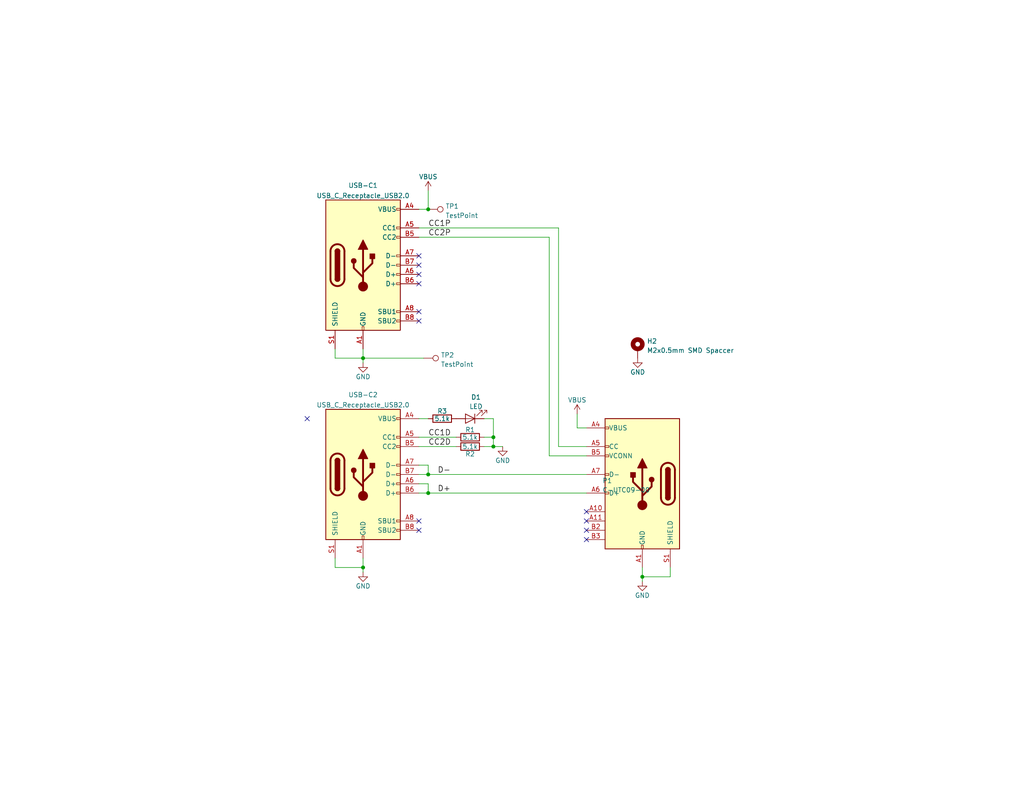
<source format=kicad_sch>
(kicad_sch (version 20230121) (generator eeschema)

  (uuid 9c9ff308-9f05-4495-8829-b9ddd550c875)

  (paper "USLetter")

  (title_block
    (title "PD-injector-SMD")
    (date "2022-09-27")
    (rev "V0.1")
  )

  (lib_symbols
    (symbol "Connector:TestPoint" (pin_numbers hide) (pin_names (offset 0.762) hide) (in_bom yes) (on_board yes)
      (property "Reference" "TP" (at 0 6.858 0)
        (effects (font (size 1.27 1.27)))
      )
      (property "Value" "TestPoint" (at 0 5.08 0)
        (effects (font (size 1.27 1.27)))
      )
      (property "Footprint" "" (at 5.08 0 0)
        (effects (font (size 1.27 1.27)) hide)
      )
      (property "Datasheet" "~" (at 5.08 0 0)
        (effects (font (size 1.27 1.27)) hide)
      )
      (property "ki_keywords" "test point tp" (at 0 0 0)
        (effects (font (size 1.27 1.27)) hide)
      )
      (property "ki_description" "test point" (at 0 0 0)
        (effects (font (size 1.27 1.27)) hide)
      )
      (property "ki_fp_filters" "Pin* Test*" (at 0 0 0)
        (effects (font (size 1.27 1.27)) hide)
      )
      (symbol "TestPoint_0_1"
        (circle (center 0 3.302) (radius 0.762)
          (stroke (width 0) (type default))
          (fill (type none))
        )
      )
      (symbol "TestPoint_1_1"
        (pin passive line (at 0 0 90) (length 2.54)
          (name "1" (effects (font (size 1.27 1.27))))
          (number "1" (effects (font (size 1.27 1.27))))
        )
      )
    )
    (symbol "Connector:USB_C_Plug_USB2.0" (pin_names (offset 1.016)) (in_bom yes) (on_board yes)
      (property "Reference" "P1" (at 10.922 0.8347 0)
        (effects (font (size 1.27 1.27)) (justify right))
      )
      (property "Value" "USB_C_Plug_USB2.0" (at 10.922 -1.7022 0)
        (effects (font (size 1.27 1.27)) (justify right))
      )
      (property "Footprint" "Connector_USB_Extra:USB_C_Plug_UTC009-C12" (at -3.81 0 0)
        (effects (font (size 1.27 1.27)) hide)
      )
      (property "Datasheet" "https://www.usb.org/sites/default/files/documents/usb_type-c.zip" (at -3.81 0 0)
        (effects (font (size 1.27 1.27)) hide)
      )
      (property "ki_keywords" "usb universal serial bus type-C USB2.0" (at 0 0 0)
        (effects (font (size 1.27 1.27)) hide)
      )
      (property "ki_description" "USB 2.0-only Type-C Plug connector" (at 0 0 0)
        (effects (font (size 1.27 1.27)) hide)
      )
      (property "ki_fp_filters" "USB*C*Plug*" (at 0 0 0)
        (effects (font (size 1.27 1.27)) hide)
      )
      (symbol "USB_C_Plug_USB2.0_0_0"
        (rectangle (start -0.254 -17.78) (end 0.254 -16.764)
          (stroke (width 0) (type default))
          (fill (type none))
        )
        (rectangle (start 10.16 -2.286) (end 9.144 -2.794)
          (stroke (width 0) (type default))
          (fill (type none))
        )
        (rectangle (start 10.16 2.794) (end 9.144 2.286)
          (stroke (width 0) (type default))
          (fill (type none))
        )
        (rectangle (start 10.16 7.874) (end 9.144 7.366)
          (stroke (width 0) (type default))
          (fill (type none))
        )
        (rectangle (start 10.16 10.414) (end 9.144 9.906)
          (stroke (width 0) (type default))
          (fill (type none))
        )
        (rectangle (start 10.16 15.494) (end 9.144 14.986)
          (stroke (width 0) (type default))
          (fill (type none))
        )
      )
      (symbol "USB_C_Plug_USB2.0_0_1"
        (rectangle (start -10.16 17.78) (end 10.16 -17.78)
          (stroke (width 0.254) (type default))
          (fill (type background))
        )
        (arc (start -8.89 -3.81) (mid -6.985 -5.7067) (end -5.08 -3.81)
          (stroke (width 0.508) (type default))
          (fill (type none))
        )
        (arc (start -7.62 -3.81) (mid -6.985 -4.4423) (end -6.35 -3.81)
          (stroke (width 0.254) (type default))
          (fill (type none))
        )
        (arc (start -7.62 -3.81) (mid -6.985 -4.4423) (end -6.35 -3.81)
          (stroke (width 0.254) (type default))
          (fill (type outline))
        )
        (rectangle (start -7.62 -3.81) (end -6.35 3.81)
          (stroke (width 0.254) (type default))
          (fill (type outline))
        )
        (arc (start -6.35 3.81) (mid -6.985 4.4423) (end -7.62 3.81)
          (stroke (width 0.254) (type default))
          (fill (type none))
        )
        (arc (start -6.35 3.81) (mid -6.985 4.4423) (end -7.62 3.81)
          (stroke (width 0.254) (type default))
          (fill (type outline))
        )
        (arc (start -5.08 3.81) (mid -6.985 5.7067) (end -8.89 3.81)
          (stroke (width 0.508) (type default))
          (fill (type none))
        )
        (circle (center -2.54 1.143) (radius 0.635)
          (stroke (width 0.254) (type default))
          (fill (type outline))
        )
        (circle (center 0 -5.842) (radius 1.27)
          (stroke (width 0) (type default))
          (fill (type outline))
        )
        (polyline
          (pts
            (xy -8.89 -3.81)
            (xy -8.89 3.81)
          )
          (stroke (width 0.508) (type default))
          (fill (type none))
        )
        (polyline
          (pts
            (xy -5.08 3.81)
            (xy -5.08 -3.81)
          )
          (stroke (width 0.508) (type default))
          (fill (type none))
        )
        (polyline
          (pts
            (xy 0 -5.842)
            (xy 0 4.318)
          )
          (stroke (width 0.508) (type default))
          (fill (type none))
        )
        (polyline
          (pts
            (xy 0 -3.302)
            (xy -2.54 -0.762)
            (xy -2.54 0.508)
          )
          (stroke (width 0.508) (type default))
          (fill (type none))
        )
        (polyline
          (pts
            (xy 0 -2.032)
            (xy 2.54 0.508)
            (xy 2.54 1.778)
          )
          (stroke (width 0.508) (type default))
          (fill (type none))
        )
        (polyline
          (pts
            (xy -1.27 4.318)
            (xy 0 6.858)
            (xy 1.27 4.318)
            (xy -1.27 4.318)
          )
          (stroke (width 0.254) (type default))
          (fill (type outline))
        )
        (rectangle (start 1.905 1.778) (end 3.175 3.048)
          (stroke (width 0.254) (type default))
          (fill (type outline))
        )
      )
      (symbol "USB_C_Plug_USB2.0_1_1"
        (pin power_in line (at 0 -22.86 90) (length 5.08)
          (name "GND" (effects (font (size 1.27 1.27))))
          (number "A1" (effects (font (size 1.27 1.27))))
        )
        (pin passive line (at 15.24 -7.62 180) (length 5.08)
          (name "" (effects (font (size 1.27 1.27))))
          (number "A10" (effects (font (size 1.27 1.27))))
        )
        (pin passive line (at 15.24 -10.16 180) (length 5.08)
          (name "" (effects (font (size 1.27 1.27))))
          (number "A11" (effects (font (size 1.27 1.27))))
        )
        (pin power_in line (at 15.24 15.24 180) (length 5.08)
          (name "VBUS" (effects (font (size 1.27 1.27))))
          (number "A4" (effects (font (size 1.27 1.27))))
        )
        (pin bidirectional line (at 15.24 10.16 180) (length 5.08)
          (name "CC" (effects (font (size 1.27 1.27))))
          (number "A5" (effects (font (size 1.27 1.27))))
        )
        (pin bidirectional line (at 15.24 -2.54 180) (length 5.08)
          (name "D+" (effects (font (size 1.27 1.27))))
          (number "A6" (effects (font (size 1.27 1.27))))
        )
        (pin bidirectional line (at 15.24 2.54 180) (length 5.08)
          (name "D-" (effects (font (size 1.27 1.27))))
          (number "A7" (effects (font (size 1.27 1.27))))
        )
        (pin passive line (at 0 -22.86 90) (length 5.08) hide
          (name "GND" (effects (font (size 1.27 1.27))))
          (number "B12" (effects (font (size 1.27 1.27))))
        )
        (pin passive line (at 15.24 -12.7 180) (length 5.08)
          (name "" (effects (font (size 1.27 1.27))))
          (number "B2" (effects (font (size 1.27 1.27))))
        )
        (pin passive line (at 15.24 -15.24 180) (length 5.08)
          (name "" (effects (font (size 1.27 1.27))))
          (number "B3" (effects (font (size 1.27 1.27))))
        )
        (pin bidirectional line (at 15.24 7.62 180) (length 5.08)
          (name "VCONN" (effects (font (size 1.27 1.27))))
          (number "B5" (effects (font (size 1.27 1.27))))
        )
        (pin passive line (at 15.24 15.24 180) (length 5.08) hide
          (name "VBUS" (effects (font (size 1.27 1.27))))
          (number "B9" (effects (font (size 1.27 1.27))))
        )
        (pin passive line (at -7.62 -22.86 90) (length 5.08)
          (name "SHIELD" (effects (font (size 1.27 1.27))))
          (number "S1" (effects (font (size 1.27 1.27))))
        )
      )
    )
    (symbol "Connector:USB_C_Receptacle_USB2.0" (pin_names (offset 1.016)) (in_bom yes) (on_board yes)
      (property "Reference" "J" (at -10.16 19.05 0)
        (effects (font (size 1.27 1.27)) (justify left))
      )
      (property "Value" "USB_C_Receptacle_USB2.0" (at 19.05 19.05 0)
        (effects (font (size 1.27 1.27)) (justify right))
      )
      (property "Footprint" "" (at 3.81 0 0)
        (effects (font (size 1.27 1.27)) hide)
      )
      (property "Datasheet" "https://www.usb.org/sites/default/files/documents/usb_type-c.zip" (at 3.81 0 0)
        (effects (font (size 1.27 1.27)) hide)
      )
      (property "ki_keywords" "usb universal serial bus type-C USB2.0" (at 0 0 0)
        (effects (font (size 1.27 1.27)) hide)
      )
      (property "ki_description" "USB 2.0-only Type-C Receptacle connector" (at 0 0 0)
        (effects (font (size 1.27 1.27)) hide)
      )
      (property "ki_fp_filters" "USB*C*Receptacle*" (at 0 0 0)
        (effects (font (size 1.27 1.27)) hide)
      )
      (symbol "USB_C_Receptacle_USB2.0_0_0"
        (rectangle (start -0.254 -17.78) (end 0.254 -16.764)
          (stroke (width 0) (type default))
          (fill (type none))
        )
        (rectangle (start 10.16 -14.986) (end 9.144 -15.494)
          (stroke (width 0) (type default))
          (fill (type none))
        )
        (rectangle (start 10.16 -12.446) (end 9.144 -12.954)
          (stroke (width 0) (type default))
          (fill (type none))
        )
        (rectangle (start 10.16 -4.826) (end 9.144 -5.334)
          (stroke (width 0) (type default))
          (fill (type none))
        )
        (rectangle (start 10.16 -2.286) (end 9.144 -2.794)
          (stroke (width 0) (type default))
          (fill (type none))
        )
        (rectangle (start 10.16 0.254) (end 9.144 -0.254)
          (stroke (width 0) (type default))
          (fill (type none))
        )
        (rectangle (start 10.16 2.794) (end 9.144 2.286)
          (stroke (width 0) (type default))
          (fill (type none))
        )
        (rectangle (start 10.16 7.874) (end 9.144 7.366)
          (stroke (width 0) (type default))
          (fill (type none))
        )
        (rectangle (start 10.16 10.414) (end 9.144 9.906)
          (stroke (width 0) (type default))
          (fill (type none))
        )
        (rectangle (start 10.16 15.494) (end 9.144 14.986)
          (stroke (width 0) (type default))
          (fill (type none))
        )
      )
      (symbol "USB_C_Receptacle_USB2.0_0_1"
        (rectangle (start -10.16 17.78) (end 10.16 -17.78)
          (stroke (width 0.254) (type default))
          (fill (type background))
        )
        (arc (start -8.89 -3.81) (mid -6.985 -5.7067) (end -5.08 -3.81)
          (stroke (width 0.508) (type default))
          (fill (type none))
        )
        (arc (start -7.62 -3.81) (mid -6.985 -4.4423) (end -6.35 -3.81)
          (stroke (width 0.254) (type default))
          (fill (type none))
        )
        (arc (start -7.62 -3.81) (mid -6.985 -4.4423) (end -6.35 -3.81)
          (stroke (width 0.254) (type default))
          (fill (type outline))
        )
        (rectangle (start -7.62 -3.81) (end -6.35 3.81)
          (stroke (width 0.254) (type default))
          (fill (type outline))
        )
        (arc (start -6.35 3.81) (mid -6.985 4.4423) (end -7.62 3.81)
          (stroke (width 0.254) (type default))
          (fill (type none))
        )
        (arc (start -6.35 3.81) (mid -6.985 4.4423) (end -7.62 3.81)
          (stroke (width 0.254) (type default))
          (fill (type outline))
        )
        (arc (start -5.08 3.81) (mid -6.985 5.7067) (end -8.89 3.81)
          (stroke (width 0.508) (type default))
          (fill (type none))
        )
        (circle (center -2.54 1.143) (radius 0.635)
          (stroke (width 0.254) (type default))
          (fill (type outline))
        )
        (circle (center 0 -5.842) (radius 1.27)
          (stroke (width 0) (type default))
          (fill (type outline))
        )
        (polyline
          (pts
            (xy -8.89 -3.81)
            (xy -8.89 3.81)
          )
          (stroke (width 0.508) (type default))
          (fill (type none))
        )
        (polyline
          (pts
            (xy -5.08 3.81)
            (xy -5.08 -3.81)
          )
          (stroke (width 0.508) (type default))
          (fill (type none))
        )
        (polyline
          (pts
            (xy 0 -5.842)
            (xy 0 4.318)
          )
          (stroke (width 0.508) (type default))
          (fill (type none))
        )
        (polyline
          (pts
            (xy 0 -3.302)
            (xy -2.54 -0.762)
            (xy -2.54 0.508)
          )
          (stroke (width 0.508) (type default))
          (fill (type none))
        )
        (polyline
          (pts
            (xy 0 -2.032)
            (xy 2.54 0.508)
            (xy 2.54 1.778)
          )
          (stroke (width 0.508) (type default))
          (fill (type none))
        )
        (polyline
          (pts
            (xy -1.27 4.318)
            (xy 0 6.858)
            (xy 1.27 4.318)
            (xy -1.27 4.318)
          )
          (stroke (width 0.254) (type default))
          (fill (type outline))
        )
        (rectangle (start 1.905 1.778) (end 3.175 3.048)
          (stroke (width 0.254) (type default))
          (fill (type outline))
        )
      )
      (symbol "USB_C_Receptacle_USB2.0_1_1"
        (pin power_in line (at 0 -22.86 90) (length 5.08)
          (name "GND" (effects (font (size 1.27 1.27))))
          (number "A1" (effects (font (size 1.27 1.27))))
        )
        (pin passive line (at 0 -22.86 90) (length 5.08) hide
          (name "GND" (effects (font (size 1.27 1.27))))
          (number "A12" (effects (font (size 1.27 1.27))))
        )
        (pin power_in line (at 15.24 15.24 180) (length 5.08)
          (name "VBUS" (effects (font (size 1.27 1.27))))
          (number "A4" (effects (font (size 1.27 1.27))))
        )
        (pin bidirectional line (at 15.24 10.16 180) (length 5.08)
          (name "CC1" (effects (font (size 1.27 1.27))))
          (number "A5" (effects (font (size 1.27 1.27))))
        )
        (pin bidirectional line (at 15.24 -2.54 180) (length 5.08)
          (name "D+" (effects (font (size 1.27 1.27))))
          (number "A6" (effects (font (size 1.27 1.27))))
        )
        (pin bidirectional line (at 15.24 2.54 180) (length 5.08)
          (name "D-" (effects (font (size 1.27 1.27))))
          (number "A7" (effects (font (size 1.27 1.27))))
        )
        (pin bidirectional line (at 15.24 -12.7 180) (length 5.08)
          (name "SBU1" (effects (font (size 1.27 1.27))))
          (number "A8" (effects (font (size 1.27 1.27))))
        )
        (pin passive line (at 15.24 15.24 180) (length 5.08) hide
          (name "VBUS" (effects (font (size 1.27 1.27))))
          (number "A9" (effects (font (size 1.27 1.27))))
        )
        (pin passive line (at 0 -22.86 90) (length 5.08) hide
          (name "GND" (effects (font (size 1.27 1.27))))
          (number "B1" (effects (font (size 1.27 1.27))))
        )
        (pin passive line (at 0 -22.86 90) (length 5.08) hide
          (name "GND" (effects (font (size 1.27 1.27))))
          (number "B12" (effects (font (size 1.27 1.27))))
        )
        (pin passive line (at 15.24 15.24 180) (length 5.08) hide
          (name "VBUS" (effects (font (size 1.27 1.27))))
          (number "B4" (effects (font (size 1.27 1.27))))
        )
        (pin bidirectional line (at 15.24 7.62 180) (length 5.08)
          (name "CC2" (effects (font (size 1.27 1.27))))
          (number "B5" (effects (font (size 1.27 1.27))))
        )
        (pin bidirectional line (at 15.24 -5.08 180) (length 5.08)
          (name "D+" (effects (font (size 1.27 1.27))))
          (number "B6" (effects (font (size 1.27 1.27))))
        )
        (pin bidirectional line (at 15.24 0 180) (length 5.08)
          (name "D-" (effects (font (size 1.27 1.27))))
          (number "B7" (effects (font (size 1.27 1.27))))
        )
        (pin bidirectional line (at 15.24 -15.24 180) (length 5.08)
          (name "SBU2" (effects (font (size 1.27 1.27))))
          (number "B8" (effects (font (size 1.27 1.27))))
        )
        (pin passive line (at 15.24 15.24 180) (length 5.08) hide
          (name "VBUS" (effects (font (size 1.27 1.27))))
          (number "B9" (effects (font (size 1.27 1.27))))
        )
        (pin passive line (at -7.62 -22.86 90) (length 5.08)
          (name "SHIELD" (effects (font (size 1.27 1.27))))
          (number "S1" (effects (font (size 1.27 1.27))))
        )
      )
    )
    (symbol "Device:LED" (pin_numbers hide) (pin_names (offset 1.016) hide) (in_bom yes) (on_board yes)
      (property "Reference" "D" (at 0 2.54 0)
        (effects (font (size 1.27 1.27)))
      )
      (property "Value" "LED" (at 0 -2.54 0)
        (effects (font (size 1.27 1.27)))
      )
      (property "Footprint" "" (at 0 0 0)
        (effects (font (size 1.27 1.27)) hide)
      )
      (property "Datasheet" "~" (at 0 0 0)
        (effects (font (size 1.27 1.27)) hide)
      )
      (property "ki_keywords" "LED diode" (at 0 0 0)
        (effects (font (size 1.27 1.27)) hide)
      )
      (property "ki_description" "Light emitting diode" (at 0 0 0)
        (effects (font (size 1.27 1.27)) hide)
      )
      (property "ki_fp_filters" "LED* LED_SMD:* LED_THT:*" (at 0 0 0)
        (effects (font (size 1.27 1.27)) hide)
      )
      (symbol "LED_0_1"
        (polyline
          (pts
            (xy -1.27 -1.27)
            (xy -1.27 1.27)
          )
          (stroke (width 0.2032) (type default))
          (fill (type none))
        )
        (polyline
          (pts
            (xy -1.27 0)
            (xy 1.27 0)
          )
          (stroke (width 0) (type default))
          (fill (type none))
        )
        (polyline
          (pts
            (xy 1.27 -1.27)
            (xy 1.27 1.27)
            (xy -1.27 0)
            (xy 1.27 -1.27)
          )
          (stroke (width 0.2032) (type default))
          (fill (type none))
        )
        (polyline
          (pts
            (xy -3.048 -0.762)
            (xy -4.572 -2.286)
            (xy -3.81 -2.286)
            (xy -4.572 -2.286)
            (xy -4.572 -1.524)
          )
          (stroke (width 0) (type default))
          (fill (type none))
        )
        (polyline
          (pts
            (xy -1.778 -0.762)
            (xy -3.302 -2.286)
            (xy -2.54 -2.286)
            (xy -3.302 -2.286)
            (xy -3.302 -1.524)
          )
          (stroke (width 0) (type default))
          (fill (type none))
        )
      )
      (symbol "LED_1_1"
        (pin passive line (at -3.81 0 0) (length 2.54)
          (name "K" (effects (font (size 1.27 1.27))))
          (number "1" (effects (font (size 1.27 1.27))))
        )
        (pin passive line (at 3.81 0 180) (length 2.54)
          (name "A" (effects (font (size 1.27 1.27))))
          (number "2" (effects (font (size 1.27 1.27))))
        )
      )
    )
    (symbol "Device:R" (pin_numbers hide) (pin_names (offset 0)) (in_bom yes) (on_board yes)
      (property "Reference" "R" (at 2.032 0 90)
        (effects (font (size 1.27 1.27)))
      )
      (property "Value" "R" (at 0 0 90)
        (effects (font (size 1.27 1.27)))
      )
      (property "Footprint" "" (at -1.778 0 90)
        (effects (font (size 1.27 1.27)) hide)
      )
      (property "Datasheet" "~" (at 0 0 0)
        (effects (font (size 1.27 1.27)) hide)
      )
      (property "ki_keywords" "R res resistor" (at 0 0 0)
        (effects (font (size 1.27 1.27)) hide)
      )
      (property "ki_description" "Resistor" (at 0 0 0)
        (effects (font (size 1.27 1.27)) hide)
      )
      (property "ki_fp_filters" "R_*" (at 0 0 0)
        (effects (font (size 1.27 1.27)) hide)
      )
      (symbol "R_0_1"
        (rectangle (start -1.016 -2.54) (end 1.016 2.54)
          (stroke (width 0.254) (type default))
          (fill (type none))
        )
      )
      (symbol "R_1_1"
        (pin passive line (at 0 3.81 270) (length 1.27)
          (name "~" (effects (font (size 1.27 1.27))))
          (number "1" (effects (font (size 1.27 1.27))))
        )
        (pin passive line (at 0 -3.81 90) (length 1.27)
          (name "~" (effects (font (size 1.27 1.27))))
          (number "2" (effects (font (size 1.27 1.27))))
        )
      )
    )
    (symbol "Mechanical:MountingHole_Pad" (pin_numbers hide) (pin_names (offset 1.016) hide) (in_bom yes) (on_board yes)
      (property "Reference" "H" (at 0 6.35 0)
        (effects (font (size 1.27 1.27)))
      )
      (property "Value" "MountingHole_Pad" (at 0 4.445 0)
        (effects (font (size 1.27 1.27)))
      )
      (property "Footprint" "" (at 0 0 0)
        (effects (font (size 1.27 1.27)) hide)
      )
      (property "Datasheet" "~" (at 0 0 0)
        (effects (font (size 1.27 1.27)) hide)
      )
      (property "ki_keywords" "mounting hole" (at 0 0 0)
        (effects (font (size 1.27 1.27)) hide)
      )
      (property "ki_description" "Mounting Hole with connection" (at 0 0 0)
        (effects (font (size 1.27 1.27)) hide)
      )
      (property "ki_fp_filters" "MountingHole*Pad*" (at 0 0 0)
        (effects (font (size 1.27 1.27)) hide)
      )
      (symbol "MountingHole_Pad_0_1"
        (circle (center 0 1.27) (radius 1.27)
          (stroke (width 1.27) (type default))
          (fill (type none))
        )
      )
      (symbol "MountingHole_Pad_1_1"
        (pin input line (at 0 -2.54 90) (length 2.54)
          (name "1" (effects (font (size 1.27 1.27))))
          (number "1" (effects (font (size 1.27 1.27))))
        )
      )
    )
    (symbol "USB_C_Receptacle_USB2.0_1" (pin_names (offset 1.016)) (in_bom yes) (on_board yes)
      (property "Reference" "USB-C2" (at 0 21.7465 0)
        (effects (font (size 1.27 1.27)))
      )
      (property "Value" "USB_C_Receptacle_USB2.0" (at 0 18.9714 0)
        (effects (font (size 1.27 1.27)))
      )
      (property "Footprint" "Connector_USB_Extra:USB_C_Receptacle_GT-USB-7010" (at 3.81 0 0)
        (effects (font (size 1.27 1.27)) hide)
      )
      (property "Datasheet" "https://www.usb.org/sites/default/files/documents/usb_type-c.zip" (at 3.81 0 0)
        (effects (font (size 1.27 1.27)) hide)
      )
      (property "ki_keywords" "usb universal serial bus type-C USB2.0" (at 0 0 0)
        (effects (font (size 1.27 1.27)) hide)
      )
      (property "ki_description" "USB 2.0-only Type-C Receptacle connector" (at 0 0 0)
        (effects (font (size 1.27 1.27)) hide)
      )
      (property "ki_fp_filters" "USB*C*Receptacle*" (at 0 0 0)
        (effects (font (size 1.27 1.27)) hide)
      )
      (symbol "USB_C_Receptacle_USB2.0_1_0_0"
        (rectangle (start -0.254 -17.78) (end 0.254 -16.764)
          (stroke (width 0) (type default))
          (fill (type none))
        )
        (rectangle (start 10.16 -14.986) (end 9.144 -15.494)
          (stroke (width 0) (type default))
          (fill (type none))
        )
        (rectangle (start 10.16 -12.446) (end 9.144 -12.954)
          (stroke (width 0) (type default))
          (fill (type none))
        )
        (rectangle (start 10.16 -4.826) (end 9.144 -5.334)
          (stroke (width 0) (type default))
          (fill (type none))
        )
        (rectangle (start 10.16 -2.286) (end 9.144 -2.794)
          (stroke (width 0) (type default))
          (fill (type none))
        )
        (rectangle (start 10.16 0.254) (end 9.144 -0.254)
          (stroke (width 0) (type default))
          (fill (type none))
        )
        (rectangle (start 10.16 2.794) (end 9.144 2.286)
          (stroke (width 0) (type default))
          (fill (type none))
        )
        (rectangle (start 10.16 7.874) (end 9.144 7.366)
          (stroke (width 0) (type default))
          (fill (type none))
        )
        (rectangle (start 10.16 10.414) (end 9.144 9.906)
          (stroke (width 0) (type default))
          (fill (type none))
        )
        (rectangle (start 10.16 15.494) (end 9.144 14.986)
          (stroke (width 0) (type default))
          (fill (type none))
        )
      )
      (symbol "USB_C_Receptacle_USB2.0_1_0_1"
        (rectangle (start -10.16 17.78) (end 10.16 -17.78)
          (stroke (width 0.254) (type default))
          (fill (type background))
        )
        (arc (start -8.89 -3.81) (mid -6.985 -5.7067) (end -5.08 -3.81)
          (stroke (width 0.508) (type default))
          (fill (type none))
        )
        (arc (start -7.62 -3.81) (mid -6.985 -4.4423) (end -6.35 -3.81)
          (stroke (width 0.254) (type default))
          (fill (type none))
        )
        (arc (start -7.62 -3.81) (mid -6.985 -4.4423) (end -6.35 -3.81)
          (stroke (width 0.254) (type default))
          (fill (type outline))
        )
        (rectangle (start -7.62 -3.81) (end -6.35 3.81)
          (stroke (width 0.254) (type default))
          (fill (type outline))
        )
        (arc (start -6.35 3.81) (mid -6.985 4.4423) (end -7.62 3.81)
          (stroke (width 0.254) (type default))
          (fill (type none))
        )
        (arc (start -6.35 3.81) (mid -6.985 4.4423) (end -7.62 3.81)
          (stroke (width 0.254) (type default))
          (fill (type outline))
        )
        (arc (start -5.08 3.81) (mid -6.985 5.7067) (end -8.89 3.81)
          (stroke (width 0.508) (type default))
          (fill (type none))
        )
        (circle (center -2.54 1.143) (radius 0.635)
          (stroke (width 0.254) (type default))
          (fill (type outline))
        )
        (circle (center 0 -5.842) (radius 1.27)
          (stroke (width 0) (type default))
          (fill (type outline))
        )
        (polyline
          (pts
            (xy -8.89 -3.81)
            (xy -8.89 3.81)
          )
          (stroke (width 0.508) (type default))
          (fill (type none))
        )
        (polyline
          (pts
            (xy -5.08 3.81)
            (xy -5.08 -3.81)
          )
          (stroke (width 0.508) (type default))
          (fill (type none))
        )
        (polyline
          (pts
            (xy 0 -5.842)
            (xy 0 4.318)
          )
          (stroke (width 0.508) (type default))
          (fill (type none))
        )
        (polyline
          (pts
            (xy 0 -3.302)
            (xy -2.54 -0.762)
            (xy -2.54 0.508)
          )
          (stroke (width 0.508) (type default))
          (fill (type none))
        )
        (polyline
          (pts
            (xy 0 -2.032)
            (xy 2.54 0.508)
            (xy 2.54 1.778)
          )
          (stroke (width 0.508) (type default))
          (fill (type none))
        )
        (polyline
          (pts
            (xy -1.27 4.318)
            (xy 0 6.858)
            (xy 1.27 4.318)
            (xy -1.27 4.318)
          )
          (stroke (width 0.254) (type default))
          (fill (type outline))
        )
        (rectangle (start 1.905 1.778) (end 3.175 3.048)
          (stroke (width 0.254) (type default))
          (fill (type outline))
        )
      )
      (symbol "USB_C_Receptacle_USB2.0_1_1_1"
        (pin power_in line (at 0 -22.86 90) (length 5.08)
          (name "GND" (effects (font (size 1.27 1.27))))
          (number "A1" (effects (font (size 1.27 1.27))))
        )
        (pin passive line (at 0 -22.86 90) (length 5.08) hide
          (name "GND" (effects (font (size 1.27 1.27))))
          (number "A12" (effects (font (size 1.27 1.27))))
        )
        (pin power_in line (at 15.24 15.24 180) (length 5.08)
          (name "VBUS" (effects (font (size 1.27 1.27))))
          (number "A4" (effects (font (size 1.27 1.27))))
        )
        (pin bidirectional line (at 15.24 10.16 180) (length 5.08)
          (name "CC1" (effects (font (size 1.27 1.27))))
          (number "A5" (effects (font (size 1.27 1.27))))
        )
        (pin bidirectional line (at 15.24 -2.54 180) (length 5.08)
          (name "D+" (effects (font (size 1.27 1.27))))
          (number "A6" (effects (font (size 1.27 1.27))))
        )
        (pin bidirectional line (at 15.24 2.54 180) (length 5.08)
          (name "D-" (effects (font (size 1.27 1.27))))
          (number "A7" (effects (font (size 1.27 1.27))))
        )
        (pin bidirectional line (at 15.24 -12.7 180) (length 5.08)
          (name "SBU1" (effects (font (size 1.27 1.27))))
          (number "A8" (effects (font (size 1.27 1.27))))
        )
        (pin passive line (at -15.24 15.24 0) (length 5.08) hide
          (name "VBUS" (effects (font (size 1.27 1.27))))
          (number "A9" (effects (font (size 1.27 1.27))))
        )
        (pin passive line (at 0 -22.86 90) (length 5.08) hide
          (name "GND" (effects (font (size 1.27 1.27))))
          (number "B1" (effects (font (size 1.27 1.27))))
        )
        (pin passive line (at 0 -22.86 90) (length 5.08) hide
          (name "GND" (effects (font (size 1.27 1.27))))
          (number "B12" (effects (font (size 1.27 1.27))))
        )
        (pin passive line (at -15.24 15.24 0) (length 5.08) hide
          (name "VBUS" (effects (font (size 1.27 1.27))))
          (number "B4" (effects (font (size 1.27 1.27))))
        )
        (pin bidirectional line (at 15.24 7.62 180) (length 5.08)
          (name "CC2" (effects (font (size 1.27 1.27))))
          (number "B5" (effects (font (size 1.27 1.27))))
        )
        (pin bidirectional line (at 15.24 -5.08 180) (length 5.08)
          (name "D+" (effects (font (size 1.27 1.27))))
          (number "B6" (effects (font (size 1.27 1.27))))
        )
        (pin bidirectional line (at 15.24 0 180) (length 5.08)
          (name "D-" (effects (font (size 1.27 1.27))))
          (number "B7" (effects (font (size 1.27 1.27))))
        )
        (pin bidirectional line (at 15.24 -15.24 180) (length 5.08)
          (name "SBU2" (effects (font (size 1.27 1.27))))
          (number "B8" (effects (font (size 1.27 1.27))))
        )
        (pin passive line (at 15.24 15.24 180) (length 5.08) hide
          (name "VBUS" (effects (font (size 1.27 1.27))))
          (number "B9" (effects (font (size 1.27 1.27))))
        )
        (pin passive line (at -7.62 -22.86 90) (length 5.08)
          (name "SHIELD" (effects (font (size 1.27 1.27))))
          (number "S1" (effects (font (size 1.27 1.27))))
        )
      )
    )
    (symbol "power:GND" (power) (pin_names (offset 0)) (in_bom yes) (on_board yes)
      (property "Reference" "#PWR" (at 0 -6.35 0)
        (effects (font (size 1.27 1.27)) hide)
      )
      (property "Value" "GND" (at 0 -3.81 0)
        (effects (font (size 1.27 1.27)))
      )
      (property "Footprint" "" (at 0 0 0)
        (effects (font (size 1.27 1.27)) hide)
      )
      (property "Datasheet" "" (at 0 0 0)
        (effects (font (size 1.27 1.27)) hide)
      )
      (property "ki_keywords" "power-flag" (at 0 0 0)
        (effects (font (size 1.27 1.27)) hide)
      )
      (property "ki_description" "Power symbol creates a global label with name \"GND\" , ground" (at 0 0 0)
        (effects (font (size 1.27 1.27)) hide)
      )
      (symbol "GND_0_1"
        (polyline
          (pts
            (xy 0 0)
            (xy 0 -1.27)
            (xy 1.27 -1.27)
            (xy 0 -2.54)
            (xy -1.27 -1.27)
            (xy 0 -1.27)
          )
          (stroke (width 0) (type default))
          (fill (type none))
        )
      )
      (symbol "GND_1_1"
        (pin power_in line (at 0 0 270) (length 0) hide
          (name "GND" (effects (font (size 1.27 1.27))))
          (number "1" (effects (font (size 1.27 1.27))))
        )
      )
    )
    (symbol "power:VBUS" (power) (pin_names (offset 0)) (in_bom yes) (on_board yes)
      (property "Reference" "#PWR" (at 0 -3.81 0)
        (effects (font (size 1.27 1.27)) hide)
      )
      (property "Value" "VBUS" (at 0 3.81 0)
        (effects (font (size 1.27 1.27)))
      )
      (property "Footprint" "" (at 0 0 0)
        (effects (font (size 1.27 1.27)) hide)
      )
      (property "Datasheet" "" (at 0 0 0)
        (effects (font (size 1.27 1.27)) hide)
      )
      (property "ki_keywords" "power-flag" (at 0 0 0)
        (effects (font (size 1.27 1.27)) hide)
      )
      (property "ki_description" "Power symbol creates a global label with name \"VBUS\"" (at 0 0 0)
        (effects (font (size 1.27 1.27)) hide)
      )
      (symbol "VBUS_0_1"
        (polyline
          (pts
            (xy -0.762 1.27)
            (xy 0 2.54)
          )
          (stroke (width 0) (type default))
          (fill (type none))
        )
        (polyline
          (pts
            (xy 0 0)
            (xy 0 2.54)
          )
          (stroke (width 0) (type default))
          (fill (type none))
        )
        (polyline
          (pts
            (xy 0 2.54)
            (xy 0.762 1.27)
          )
          (stroke (width 0) (type default))
          (fill (type none))
        )
      )
      (symbol "VBUS_1_1"
        (pin power_in line (at 0 0 90) (length 0) hide
          (name "VBUS" (effects (font (size 1.27 1.27))))
          (number "1" (effects (font (size 1.27 1.27))))
        )
      )
    )
  )

  (junction (at 99.06 97.79) (diameter 0) (color 0 0 0 0)
    (uuid 1fc75ec9-39fa-4236-99ec-fe6372f59e35)
  )
  (junction (at 99.06 154.94) (diameter 0) (color 0 0 0 0)
    (uuid 2fcfd40b-a6e3-4c91-83ed-72908de78133)
  )
  (junction (at 175.26 157.48) (diameter 0) (color 0 0 0 0)
    (uuid 3cccc178-df1e-4bb0-a8ee-7ca3841067cc)
  )
  (junction (at 116.84 57.15) (diameter 0) (color 0 0 0 0)
    (uuid 75115a03-09da-49ff-9d4a-b074ab7bb9a8)
  )
  (junction (at 134.62 121.92) (diameter 0) (color 0 0 0 0)
    (uuid 894339b8-3c85-43b6-add1-3071939e5b0e)
  )
  (junction (at 116.84 129.54) (diameter 0) (color 0 0 0 0)
    (uuid 999b1d40-3bef-4563-835b-88989bbbc48e)
  )
  (junction (at 116.84 134.62) (diameter 0) (color 0 0 0 0)
    (uuid e7cd3639-4a42-4c79-8f1c-ffb8d06972e1)
  )
  (junction (at 134.62 119.38) (diameter 0) (color 0 0 0 0)
    (uuid f9fb8ef4-71b5-4f44-9b9f-a5ce17db5c28)
  )

  (no_connect (at 114.3 69.85) (uuid 05b5eb15-1fa6-4d39-bc67-27e35447f6cf))
  (no_connect (at 114.3 74.93) (uuid 0f04c5da-f9a7-4367-828a-84d113140002))
  (no_connect (at 114.3 72.39) (uuid 306cd53d-d55e-4062-b18c-0bac9896f192))
  (no_connect (at 114.3 77.47) (uuid 4e0a8b6f-d60c-41ca-af5a-8d6b4c32b385))
  (no_connect (at 114.3 87.63) (uuid 5d32ed4c-76ca-470a-9ba7-da45f4380c3a))
  (no_connect (at 114.3 85.09) (uuid 6c5f768e-f6a3-47f0-ac83-f462a7509d26))
  (no_connect (at 114.3 144.78) (uuid a9ee8437-3ce3-4210-8d30-a9e964cc573e))
  (no_connect (at 160.02 139.7) (uuid bc5f8065-98f3-47a2-807f-58721285494e))
  (no_connect (at 160.02 142.24) (uuid bc5f8065-98f3-47a2-807f-58721285494f))
  (no_connect (at 160.02 144.78) (uuid bc5f8065-98f3-47a2-807f-587212854950))
  (no_connect (at 160.02 147.32) (uuid bc5f8065-98f3-47a2-807f-587212854951))
  (no_connect (at 114.3 142.24) (uuid d1325146-c8b2-4375-a629-71660d84a624))
  (no_connect (at 83.82 114.3) (uuid d8a3a284-dd05-4b28-a1fd-1df88033c6fe))

  (wire (pts (xy 99.06 97.79) (xy 99.06 99.06))
    (stroke (width 0) (type default))
    (uuid 03e39b98-f1b2-476e-a6a8-38dbb7b230ec)
  )
  (wire (pts (xy 91.44 97.79) (xy 99.06 97.79))
    (stroke (width 0) (type default))
    (uuid 054b4a08-afdd-4dd6-8457-7bfb3df4de6b)
  )
  (wire (pts (xy 114.3 129.54) (xy 116.84 129.54))
    (stroke (width 0) (type default))
    (uuid 177825ed-673b-4edb-9979-f7d6318aa311)
  )
  (wire (pts (xy 116.84 134.62) (xy 160.02 134.62))
    (stroke (width 0) (type default))
    (uuid 1cd62d78-3378-4715-9239-8e022bc71418)
  )
  (wire (pts (xy 114.3 132.08) (xy 116.84 132.08))
    (stroke (width 0) (type default))
    (uuid 339ee9e4-c5e8-4e73-80a6-515fcf110258)
  )
  (wire (pts (xy 114.3 121.92) (xy 124.46 121.92))
    (stroke (width 0) (type default))
    (uuid 3f4cf3a7-47ce-4d58-84fd-c32716adf619)
  )
  (wire (pts (xy 114.3 134.62) (xy 116.84 134.62))
    (stroke (width 0) (type default))
    (uuid 40288c72-a3ce-48dc-9523-ea7bec3ee900)
  )
  (wire (pts (xy 149.86 64.77) (xy 114.3 64.77))
    (stroke (width 0) (type default))
    (uuid 425a4949-c7bf-4f29-ba91-6e8191ff7bfc)
  )
  (wire (pts (xy 157.48 113.03) (xy 157.48 116.84))
    (stroke (width 0) (type default))
    (uuid 4cc30955-b917-431e-8aa9-b78d87318f23)
  )
  (wire (pts (xy 116.84 134.62) (xy 116.84 132.08))
    (stroke (width 0) (type default))
    (uuid 516f4dd3-4b7e-45bc-a7de-b390eca1f288)
  )
  (wire (pts (xy 157.48 116.84) (xy 160.02 116.84))
    (stroke (width 0) (type default))
    (uuid 53e797dc-d1a5-4817-80cd-8815739119fc)
  )
  (wire (pts (xy 115.57 97.79) (xy 99.06 97.79))
    (stroke (width 0) (type default))
    (uuid 649e386e-0a31-42a1-b7e9-7696ef594432)
  )
  (wire (pts (xy 91.44 154.94) (xy 99.06 154.94))
    (stroke (width 0) (type default))
    (uuid 72361bd0-fa12-49b8-9d05-8b7d6dde6471)
  )
  (wire (pts (xy 116.84 57.15) (xy 114.3 57.15))
    (stroke (width 0) (type default))
    (uuid 7c388bfc-80f8-4679-b535-fb9df667d28e)
  )
  (wire (pts (xy 132.08 121.92) (xy 134.62 121.92))
    (stroke (width 0) (type default))
    (uuid 8238dbaa-d878-4939-8896-a83037769188)
  )
  (wire (pts (xy 175.26 157.48) (xy 182.88 157.48))
    (stroke (width 0) (type default))
    (uuid 8e3d7c57-1185-4930-b350-f4a580a1fa0d)
  )
  (wire (pts (xy 175.26 157.48) (xy 175.26 158.75))
    (stroke (width 0) (type default))
    (uuid 9985e8f7-b429-4cb2-9173-ae214bee120f)
  )
  (wire (pts (xy 114.3 119.38) (xy 124.46 119.38))
    (stroke (width 0) (type default))
    (uuid 9c51fd2f-3fa8-42ee-8bc5-de5b1bd0f999)
  )
  (wire (pts (xy 114.3 62.23) (xy 152.4 62.23))
    (stroke (width 0) (type default))
    (uuid 9f7f67a7-98aa-4035-9fbe-ded40dbbba24)
  )
  (wire (pts (xy 152.4 121.92) (xy 160.02 121.92))
    (stroke (width 0) (type default))
    (uuid 9ff8da50-553f-4a11-aceb-657947f83915)
  )
  (wire (pts (xy 134.62 121.92) (xy 137.16 121.92))
    (stroke (width 0) (type default))
    (uuid b5ba3531-d54a-48c7-9986-ffe5a9bc42e6)
  )
  (wire (pts (xy 116.84 127) (xy 116.84 129.54))
    (stroke (width 0) (type default))
    (uuid b5f44671-e937-42c9-b5d6-51d3406087a9)
  )
  (wire (pts (xy 91.44 154.94) (xy 91.44 152.4))
    (stroke (width 0) (type default))
    (uuid b7e09c6e-3d01-4ba0-b426-58c05bee82a1)
  )
  (wire (pts (xy 160.02 124.46) (xy 149.86 124.46))
    (stroke (width 0) (type default))
    (uuid b85132ec-8db5-4bbb-8836-343e3d80032d)
  )
  (wire (pts (xy 116.84 52.07) (xy 116.84 57.15))
    (stroke (width 0) (type default))
    (uuid bc79d849-a79f-4302-a1eb-7a5325c9806d)
  )
  (wire (pts (xy 114.3 127) (xy 116.84 127))
    (stroke (width 0) (type default))
    (uuid be7f6658-7ae4-4e8a-a5fc-27c730047db6)
  )
  (wire (pts (xy 91.44 97.79) (xy 91.44 95.25))
    (stroke (width 0) (type default))
    (uuid befcbe19-4005-4045-9077-f7db29ba6325)
  )
  (wire (pts (xy 134.62 114.3) (xy 134.62 119.38))
    (stroke (width 0) (type default))
    (uuid c443fd2b-6f4d-4640-b4b3-74337c71e732)
  )
  (wire (pts (xy 134.62 121.92) (xy 134.62 119.38))
    (stroke (width 0) (type default))
    (uuid c9fc8f1c-7dc1-49bf-80c6-8269688d79ff)
  )
  (wire (pts (xy 114.3 114.3) (xy 116.84 114.3))
    (stroke (width 0) (type default))
    (uuid cd1fe176-dd68-4731-96cf-6bd42da6dd9b)
  )
  (wire (pts (xy 149.86 64.77) (xy 149.86 124.46))
    (stroke (width 0) (type default))
    (uuid cdf405ff-a77c-4c1f-a8c9-bc76fdc4d7a9)
  )
  (wire (pts (xy 152.4 121.92) (xy 152.4 62.23))
    (stroke (width 0) (type default))
    (uuid ce1d3627-b74a-426a-8788-cc78337bed6a)
  )
  (wire (pts (xy 99.06 95.25) (xy 99.06 97.79))
    (stroke (width 0) (type default))
    (uuid d42614a4-7ab6-4c4e-941c-d834979a8fdc)
  )
  (wire (pts (xy 134.62 119.38) (xy 132.08 119.38))
    (stroke (width 0) (type default))
    (uuid d4e80351-5663-459a-9332-7f1230b597e9)
  )
  (wire (pts (xy 175.26 154.94) (xy 175.26 157.48))
    (stroke (width 0) (type default))
    (uuid d7a06aa8-8a4c-477b-b3b7-1fa65aea5c41)
  )
  (wire (pts (xy 99.06 154.94) (xy 99.06 156.21))
    (stroke (width 0) (type default))
    (uuid ddc42df6-259b-4251-a1ca-b7066f89838e)
  )
  (wire (pts (xy 132.08 114.3) (xy 134.62 114.3))
    (stroke (width 0) (type default))
    (uuid df5b377e-7805-413a-b986-194d848ab7bf)
  )
  (wire (pts (xy 116.84 129.54) (xy 160.02 129.54))
    (stroke (width 0) (type default))
    (uuid eb42514f-b934-4f6e-934c-505e2fea9ae6)
  )
  (wire (pts (xy 182.88 157.48) (xy 182.88 154.94))
    (stroke (width 0) (type default))
    (uuid f5de2d0c-2c78-40a8-810d-ce6df39f57c9)
  )
  (wire (pts (xy 99.06 152.4) (xy 99.06 154.94))
    (stroke (width 0) (type default))
    (uuid ff0e8577-f599-40fb-a563-9fba69617bc9)
  )

  (label "CC1P" (at 116.84 62.23 0) (fields_autoplaced)
    (effects (font (size 1.524 1.524)) (justify left bottom))
    (uuid 16966e94-6db6-45a0-a4d3-266b9631230b)
  )
  (label "D-" (at 119.38 129.54 0) (fields_autoplaced)
    (effects (font (size 1.524 1.524)) (justify left bottom))
    (uuid 380b5037-151c-4805-90db-351aa2a35948)
  )
  (label "CC2P" (at 116.84 64.77 0) (fields_autoplaced)
    (effects (font (size 1.524 1.524)) (justify left bottom))
    (uuid abf95e73-4d1f-4227-b4b6-733f908c6c70)
  )
  (label "CC2D" (at 116.84 121.92 0) (fields_autoplaced)
    (effects (font (size 1.524 1.524)) (justify left bottom))
    (uuid bbf70c1b-af66-4a0a-88dc-8c4d9e80836f)
  )
  (label "D+" (at 119.38 134.62 0) (fields_autoplaced)
    (effects (font (size 1.524 1.524)) (justify left bottom))
    (uuid c496c4df-bdec-419b-bf5a-073ffb18fca8)
  )
  (label "CC1D" (at 116.84 119.38 0) (fields_autoplaced)
    (effects (font (size 1.524 1.524)) (justify left bottom))
    (uuid fd09f8cf-8099-4f74-96a4-56fb441933a7)
  )

  (symbol (lib_id "power:VBUS") (at 116.84 52.07 0) (unit 1)
    (in_bom yes) (on_board yes) (dnp no)
    (uuid 00000000-0000-0000-0000-000059860d74)
    (property "Reference" "#PWR01" (at 116.84 55.88 0)
      (effects (font (size 1.27 1.27)) hide)
    )
    (property "Value" "VBUS" (at 116.84 48.26 0)
      (effects (font (size 1.27 1.27)))
    )
    (property "Footprint" "" (at 116.84 52.07 0)
      (effects (font (size 1.27 1.27)) hide)
    )
    (property "Datasheet" "" (at 116.84 52.07 0)
      (effects (font (size 1.27 1.27)) hide)
    )
    (pin "1" (uuid 9cb0c9d1-3b74-47b4-ad23-4acd6d040aaf))
    (instances
      (project "PD-Injector-SMD"
        (path "/9c9ff308-9f05-4495-8829-b9ddd550c875"
          (reference "#PWR01") (unit 1)
        )
      )
    )
  )

  (symbol (lib_id "power:GND") (at 99.06 99.06 0) (unit 1)
    (in_bom yes) (on_board yes) (dnp no)
    (uuid 00000000-0000-0000-0000-000059860ed6)
    (property "Reference" "#PWR02" (at 99.06 105.41 0)
      (effects (font (size 1.27 1.27)) hide)
    )
    (property "Value" "GND" (at 99.06 102.87 0)
      (effects (font (size 1.27 1.27)))
    )
    (property "Footprint" "" (at 99.06 99.06 0)
      (effects (font (size 1.27 1.27)) hide)
    )
    (property "Datasheet" "" (at 99.06 99.06 0)
      (effects (font (size 1.27 1.27)) hide)
    )
    (pin "1" (uuid 3eacee1c-5242-403d-8737-af30f08621f0))
    (instances
      (project "PD-Injector-SMD"
        (path "/9c9ff308-9f05-4495-8829-b9ddd550c875"
          (reference "#PWR02") (unit 1)
        )
      )
    )
  )

  (symbol (lib_id "power:GND") (at 99.06 156.21 0) (unit 1)
    (in_bom yes) (on_board yes) (dnp no)
    (uuid 00000000-0000-0000-0000-000059860f61)
    (property "Reference" "#PWR03" (at 99.06 162.56 0)
      (effects (font (size 1.27 1.27)) hide)
    )
    (property "Value" "GND" (at 99.06 160.02 0)
      (effects (font (size 1.27 1.27)))
    )
    (property "Footprint" "" (at 99.06 156.21 0)
      (effects (font (size 1.27 1.27)) hide)
    )
    (property "Datasheet" "" (at 99.06 156.21 0)
      (effects (font (size 1.27 1.27)) hide)
    )
    (pin "1" (uuid 0c7c22cb-6a01-443a-b9c4-0ef9224605cf))
    (instances
      (project "PD-Injector-SMD"
        (path "/9c9ff308-9f05-4495-8829-b9ddd550c875"
          (reference "#PWR03") (unit 1)
        )
      )
    )
  )

  (symbol (lib_id "power:GND") (at 175.26 158.75 0) (mirror y) (unit 1)
    (in_bom yes) (on_board yes) (dnp no)
    (uuid 00000000-0000-0000-0000-000059860fea)
    (property "Reference" "#PWR04" (at 175.26 165.1 0)
      (effects (font (size 1.27 1.27)) hide)
    )
    (property "Value" "GND" (at 175.26 162.56 0)
      (effects (font (size 1.27 1.27)))
    )
    (property "Footprint" "" (at 175.26 158.75 0)
      (effects (font (size 1.27 1.27)) hide)
    )
    (property "Datasheet" "" (at 175.26 158.75 0)
      (effects (font (size 1.27 1.27)) hide)
    )
    (pin "1" (uuid 10cb109a-aa58-4332-a423-d4a0a98fc439))
    (instances
      (project "PD-Injector-SMD"
        (path "/9c9ff308-9f05-4495-8829-b9ddd550c875"
          (reference "#PWR04") (unit 1)
        )
      )
    )
  )

  (symbol (lib_id "power:VBUS") (at 157.48 113.03 0) (mirror y) (unit 1)
    (in_bom yes) (on_board yes) (dnp no)
    (uuid 00000000-0000-0000-0000-000059861053)
    (property "Reference" "#PWR05" (at 157.48 116.84 0)
      (effects (font (size 1.27 1.27)) hide)
    )
    (property "Value" "VBUS" (at 157.48 109.22 0)
      (effects (font (size 1.27 1.27)))
    )
    (property "Footprint" "" (at 157.48 113.03 0)
      (effects (font (size 1.27 1.27)) hide)
    )
    (property "Datasheet" "" (at 157.48 113.03 0)
      (effects (font (size 1.27 1.27)) hide)
    )
    (pin "1" (uuid c1e32d01-7e78-497b-a41c-66faca7e3702))
    (instances
      (project "PD-Injector-SMD"
        (path "/9c9ff308-9f05-4495-8829-b9ddd550c875"
          (reference "#PWR05") (unit 1)
        )
      )
    )
  )

  (symbol (lib_id "Device:R") (at 128.27 121.92 270) (unit 1)
    (in_bom yes) (on_board yes) (dnp no)
    (uuid 00000000-0000-0000-0000-000059863cca)
    (property "Reference" "R2" (at 128.27 123.952 90)
      (effects (font (size 1.27 1.27)))
    )
    (property "Value" "5.1k" (at 128.27 121.92 90)
      (effects (font (size 1.27 1.27)))
    )
    (property "Footprint" "Resistor_SMD:R_0402_1005Metric" (at 128.27 120.142 90)
      (effects (font (size 1.27 1.27)) hide)
    )
    (property "Datasheet" "" (at 128.27 121.92 0)
      (effects (font (size 1.27 1.27)) hide)
    )
    (pin "1" (uuid 421687f8-608a-435d-9fbb-4bd117ed0d23))
    (pin "2" (uuid a8ade66a-509d-47d5-b1a6-225a8a6b9ac8))
    (instances
      (project "PD-Injector-SMD"
        (path "/9c9ff308-9f05-4495-8829-b9ddd550c875"
          (reference "R2") (unit 1)
        )
      )
    )
  )

  (symbol (lib_id "Device:R") (at 128.27 119.38 90) (unit 1)
    (in_bom yes) (on_board yes) (dnp no)
    (uuid 00000000-0000-0000-0000-000059863ddf)
    (property "Reference" "R1" (at 128.27 117.348 90)
      (effects (font (size 1.27 1.27)))
    )
    (property "Value" "5.1k" (at 128.27 119.38 90)
      (effects (font (size 1.27 1.27)))
    )
    (property "Footprint" "Resistor_SMD:R_0402_1005Metric" (at 128.27 121.158 90)
      (effects (font (size 1.27 1.27)) hide)
    )
    (property "Datasheet" "" (at 128.27 119.38 0)
      (effects (font (size 1.27 1.27)) hide)
    )
    (pin "1" (uuid 61dd1039-4795-4bf6-91f5-fe6e14a4ca61))
    (pin "2" (uuid f498b04a-0299-461c-b356-e101e0469906))
    (instances
      (project "PD-Injector-SMD"
        (path "/9c9ff308-9f05-4495-8829-b9ddd550c875"
          (reference "R1") (unit 1)
        )
      )
    )
  )

  (symbol (lib_id "power:GND") (at 137.16 121.92 0) (unit 1)
    (in_bom yes) (on_board yes) (dnp no)
    (uuid 00000000-0000-0000-0000-000059863fab)
    (property "Reference" "#PWR08" (at 137.16 128.27 0)
      (effects (font (size 1.27 1.27)) hide)
    )
    (property "Value" "GND" (at 137.16 125.73 0)
      (effects (font (size 1.27 1.27)))
    )
    (property "Footprint" "" (at 137.16 121.92 0)
      (effects (font (size 1.27 1.27)) hide)
    )
    (property "Datasheet" "" (at 137.16 121.92 0)
      (effects (font (size 1.27 1.27)) hide)
    )
    (pin "1" (uuid 223362b2-0527-427a-ab85-b4a3395e5cf8))
    (instances
      (project "PD-Injector-SMD"
        (path "/9c9ff308-9f05-4495-8829-b9ddd550c875"
          (reference "#PWR08") (unit 1)
        )
      )
    )
  )

  (symbol (lib_id "power:GND") (at 173.99 97.79 0) (unit 1)
    (in_bom yes) (on_board yes) (dnp no)
    (uuid 10419ece-07d8-4b7e-81ce-cfbca4fc7a5f)
    (property "Reference" "#PWR0101" (at 173.99 104.14 0)
      (effects (font (size 1.27 1.27)) hide)
    )
    (property "Value" "GND" (at 173.99 101.6 0)
      (effects (font (size 1.27 1.27)))
    )
    (property "Footprint" "" (at 173.99 97.79 0)
      (effects (font (size 1.27 1.27)) hide)
    )
    (property "Datasheet" "" (at 173.99 97.79 0)
      (effects (font (size 1.27 1.27)) hide)
    )
    (pin "1" (uuid a9ad3bbe-6d09-4616-9b99-d80954f7d7ed))
    (instances
      (project "PD-Injector-SMD"
        (path "/9c9ff308-9f05-4495-8829-b9ddd550c875"
          (reference "#PWR0101") (unit 1)
        )
      )
    )
  )

  (symbol (lib_id "Connector:TestPoint") (at 115.57 97.79 270) (unit 1)
    (in_bom yes) (on_board yes) (dnp no) (fields_autoplaced)
    (uuid 127fd074-fb90-4726-b143-d97766dff79b)
    (property "Reference" "TP2" (at 120.269 96.9553 90)
      (effects (font (size 1.27 1.27)) (justify left))
    )
    (property "Value" "TestPoint" (at 120.269 99.4922 90)
      (effects (font (size 1.27 1.27)) (justify left))
    )
    (property "Footprint" "TestPoint:TestPoint_Pad_D2.0mm" (at 115.57 102.87 0)
      (effects (font (size 1.27 1.27)) hide)
    )
    (property "Datasheet" "~" (at 115.57 102.87 0)
      (effects (font (size 1.27 1.27)) hide)
    )
    (pin "1" (uuid 6a58a798-da1f-4f89-bf3d-da728d30904e))
    (instances
      (project "PD-Injector-SMD"
        (path "/9c9ff308-9f05-4495-8829-b9ddd550c875"
          (reference "TP2") (unit 1)
        )
      )
    )
  )

  (symbol (lib_name "USB_C_Receptacle_USB2.0_1") (lib_id "Connector:USB_C_Receptacle_USB2.0") (at 99.06 129.54 0) (unit 1)
    (in_bom yes) (on_board yes) (dnp no) (fields_autoplaced)
    (uuid 221df6a4-8304-4651-8261-b579b587d1ae)
    (property "Reference" "USB-C2" (at 99.06 107.7935 0)
      (effects (font (size 1.27 1.27)))
    )
    (property "Value" "USB_C_Receptacle_USB2.0" (at 99.06 110.5686 0)
      (effects (font (size 1.27 1.27)))
    )
    (property "Footprint" "Connector_USB_Extra:USB_C_Receptacle_GT-USB-7010" (at 102.87 129.54 0)
      (effects (font (size 1.27 1.27)) hide)
    )
    (property "Datasheet" "https://www.usb.org/sites/default/files/documents/usb_type-c.zip" (at 102.87 129.54 0)
      (effects (font (size 1.27 1.27)) hide)
    )
    (pin "A1" (uuid fe3b9859-3bef-4cdf-9e16-2fd055583260))
    (pin "A12" (uuid 0313e183-7988-43a8-89a6-ca5bc20c21af))
    (pin "A4" (uuid a8b5fe82-e08a-4c5c-9cd3-3237fa4927d3))
    (pin "A5" (uuid 11200e31-19f2-418d-a8c1-5a6f29d27434))
    (pin "A6" (uuid e7ee0c44-f66c-47e0-8dac-c7790a9173e0))
    (pin "A7" (uuid 0f89f98c-f56a-451a-81e0-88982ef4f6fa))
    (pin "A8" (uuid ca849b4f-5d12-48c7-9267-c305958d521c))
    (pin "A9" (uuid 88a21929-9933-4026-ab33-0d6dcfd83f26))
    (pin "B1" (uuid f28d428d-16fc-4fda-95ed-e6e6758b89c0))
    (pin "B12" (uuid 4b9cad75-e230-4333-966b-bb4746a577ea))
    (pin "B4" (uuid 22571b76-7f05-4939-9434-7fc4bd8fd63b))
    (pin "B5" (uuid a30ecbe4-0061-4a4e-b579-ef1ec7f901d7))
    (pin "B6" (uuid 9083f88d-cd93-44e6-a06d-c997bacc6d4d))
    (pin "B7" (uuid 94d3a521-8973-4267-ae12-8bba0358d51e))
    (pin "B8" (uuid c2531461-dea7-4629-baa4-06126e5c2fbf))
    (pin "B9" (uuid 4b5ddb94-b705-4d30-a17b-35ff79be7b6c))
    (pin "S1" (uuid c6d9bf83-3656-459c-889f-b0029b15bade))
    (instances
      (project "PD-Injector-SMD"
        (path "/9c9ff308-9f05-4495-8829-b9ddd550c875"
          (reference "USB-C2") (unit 1)
        )
      )
    )
  )

  (symbol (lib_id "Device:R") (at 120.65 114.3 90) (unit 1)
    (in_bom yes) (on_board yes) (dnp no)
    (uuid 223f621f-8abf-45c8-8712-8588e136e18b)
    (property "Reference" "R3" (at 120.65 112.268 90)
      (effects (font (size 1.27 1.27)))
    )
    (property "Value" "5.1k" (at 120.65 114.3 90)
      (effects (font (size 1.27 1.27)))
    )
    (property "Footprint" "Resistor_SMD:R_0402_1005Metric" (at 120.65 116.078 90)
      (effects (font (size 1.27 1.27)) hide)
    )
    (property "Datasheet" "" (at 120.65 114.3 0)
      (effects (font (size 1.27 1.27)) hide)
    )
    (pin "1" (uuid 7aeabfcf-7a74-4f29-bf4c-bc5d81c89f2a))
    (pin "2" (uuid b5377976-3228-40a5-b679-53c80e15d68d))
    (instances
      (project "PD-Injector-SMD"
        (path "/9c9ff308-9f05-4495-8829-b9ddd550c875"
          (reference "R3") (unit 1)
        )
      )
    )
  )

  (symbol (lib_id "Connector:TestPoint") (at 116.84 57.15 270) (unit 1)
    (in_bom yes) (on_board yes) (dnp no) (fields_autoplaced)
    (uuid 7cf6fa88-c455-48df-afb8-5568c829d338)
    (property "Reference" "TP1" (at 121.539 56.3153 90)
      (effects (font (size 1.27 1.27)) (justify left))
    )
    (property "Value" "TestPoint" (at 121.539 58.8522 90)
      (effects (font (size 1.27 1.27)) (justify left))
    )
    (property "Footprint" "TestPoint:TestPoint_Pad_D2.0mm" (at 116.84 62.23 0)
      (effects (font (size 1.27 1.27)) hide)
    )
    (property "Datasheet" "~" (at 116.84 62.23 0)
      (effects (font (size 1.27 1.27)) hide)
    )
    (pin "1" (uuid 54fcbde3-51bf-474e-b1a2-2d59226f660b))
    (instances
      (project "PD-Injector-SMD"
        (path "/9c9ff308-9f05-4495-8829-b9ddd550c875"
          (reference "TP1") (unit 1)
        )
      )
    )
  )

  (symbol (lib_id "Device:LED") (at 128.27 114.3 180) (unit 1)
    (in_bom yes) (on_board yes) (dnp no) (fields_autoplaced)
    (uuid 7d39dc41-6f9d-4f32-b796-4b4569a96c21)
    (property "Reference" "D1" (at 129.8702 108.4412 0)
      (effects (font (size 1.27 1.27)))
    )
    (property "Value" "LED" (at 129.8702 110.9781 0)
      (effects (font (size 1.27 1.27)))
    )
    (property "Footprint" "LED_SMD:LED_0402_1005Metric" (at 128.27 114.3 0)
      (effects (font (size 1.27 1.27)) hide)
    )
    (property "Datasheet" "~" (at 128.27 114.3 0)
      (effects (font (size 1.27 1.27)) hide)
    )
    (pin "1" (uuid a75595d5-c84b-4dec-90e1-bf67dae55a31))
    (pin "2" (uuid 1957161e-6d2e-4515-a346-06f0a99fbfd5))
    (instances
      (project "PD-Injector-SMD"
        (path "/9c9ff308-9f05-4495-8829-b9ddd550c875"
          (reference "D1") (unit 1)
        )
      )
    )
  )

  (symbol (lib_id "Connector:USB_C_Receptacle_USB2.0") (at 99.06 72.39 0) (unit 1)
    (in_bom yes) (on_board yes) (dnp no) (fields_autoplaced)
    (uuid ad170786-1a91-4a0d-94b6-90757b7c7e2b)
    (property "Reference" "USB-C1" (at 99.06 50.6435 0)
      (effects (font (size 1.27 1.27)))
    )
    (property "Value" "USB_C_Receptacle_USB2.0" (at 99.06 53.4186 0)
      (effects (font (size 1.27 1.27)))
    )
    (property "Footprint" "Connector_USB_Extra:USB_C_Receptacle_GT-USB-7010" (at 102.87 72.39 0)
      (effects (font (size 1.27 1.27)) hide)
    )
    (property "Datasheet" "https://www.usb.org/sites/default/files/documents/usb_type-c.zip" (at 102.87 72.39 0)
      (effects (font (size 1.27 1.27)) hide)
    )
    (pin "A1" (uuid feaf781a-4fd6-42f8-ab90-12346b76bdbb))
    (pin "A12" (uuid b9e58a17-308c-438b-af79-c932b9db4683))
    (pin "A4" (uuid 3b442701-dec3-47de-bdb7-45eeb650e451))
    (pin "A5" (uuid 487ae868-8f04-4a4a-ae19-3587960cd88c))
    (pin "A6" (uuid a14edf59-3d52-4f1d-bb0f-87a2af663f63))
    (pin "A7" (uuid f669ebf1-82b1-4949-a104-f4fdff0c26b8))
    (pin "A8" (uuid ab40733c-fa1c-4834-8804-f59423c76045))
    (pin "A9" (uuid 83daf24a-47de-4d68-97cf-b92ea0e29f40))
    (pin "B1" (uuid 3c789c73-066c-470d-847d-9b7cede1606d))
    (pin "B12" (uuid a4e40889-afbc-4046-979c-771e2027b5f6))
    (pin "B4" (uuid bf3cc235-a50e-43a2-b742-30c5b1731701))
    (pin "B5" (uuid 9a5567f4-77cd-400d-b99c-ba560b2063f0))
    (pin "B6" (uuid a288086e-4af0-4786-af61-e7f7e2a7beb5))
    (pin "B7" (uuid dd76e3f6-fcd5-486a-a14e-905cd0bcb487))
    (pin "B8" (uuid 7c736dc7-7f99-449c-9da9-a1957a3f17c4))
    (pin "B9" (uuid 80f7cec0-5a06-4d4c-bc67-35ed814c2265))
    (pin "S1" (uuid 66a6d64d-205d-4a56-ac88-0499ec29b4b7))
    (instances
      (project "PD-Injector-SMD"
        (path "/9c9ff308-9f05-4495-8829-b9ddd550c875"
          (reference "USB-C1") (unit 1)
        )
      )
    )
  )

  (symbol (lib_id "Connector:USB_C_Plug_USB2.0") (at 175.26 132.08 0) (mirror y) (unit 1)
    (in_bom yes) (on_board yes) (dnp no) (fields_autoplaced)
    (uuid b80cf4e8-26ab-421b-9444-ce997b0658b6)
    (property "Reference" "P1" (at 164.338 131.2453 0)
      (effects (font (size 1.27 1.27)) (justify right))
    )
    (property "Value" "C-UTC09-00" (at 164.338 133.7822 0)
      (effects (font (size 1.27 1.27)) (justify right))
    )
    (property "Footprint" "Connector_USB_Extra:USB_C_Plug_UTC009-C12" (at 179.07 132.08 0)
      (effects (font (size 1.27 1.27)) hide)
    )
    (property "Datasheet" "https://www.solder.party/docs/usb-c-pack/" (at 179.07 132.08 0)
      (effects (font (size 1.27 1.27)) hide)
    )
    (pin "A1" (uuid 649c8703-0188-486a-b098-15278608a19c))
    (pin "A10" (uuid f856609e-fc09-412a-a286-6d72aac772ee))
    (pin "A11" (uuid f51bb048-0d7c-4227-ac8e-a627878833d3))
    (pin "A4" (uuid 75460ff8-02cd-4696-9bbb-ce83b9c614a3))
    (pin "A5" (uuid 0ded384b-f9ca-4271-adbb-a1c95acfd5fb))
    (pin "A6" (uuid 71aa8d63-85db-422f-aea0-9560425bd2f4))
    (pin "A7" (uuid 834ffc62-4058-41d6-aba9-3b4924d00f17))
    (pin "B12" (uuid 92cded9d-4f3b-4637-b902-0720ac33e1d2))
    (pin "B2" (uuid 0cf815c2-a5c0-48e5-93b3-e7154abd9d4e))
    (pin "B3" (uuid e3600ec3-75ba-4811-a613-be155a3a6746))
    (pin "B5" (uuid 3c2fdad6-61a0-4d51-b256-2b31d61623d6))
    (pin "B9" (uuid 24f9fec0-ab43-4b87-b510-bb91a9a3deda))
    (pin "S1" (uuid fa8ee8ee-c9d4-4ad7-986b-63724778a466))
    (instances
      (project "PD-Injector-SMD"
        (path "/9c9ff308-9f05-4495-8829-b9ddd550c875"
          (reference "P1") (unit 1)
        )
      )
    )
  )

  (symbol (lib_id "Mechanical:MountingHole_Pad") (at 173.99 95.25 0) (unit 1)
    (in_bom yes) (on_board yes) (dnp no) (fields_autoplaced)
    (uuid f15812da-b2a9-4b21-b46f-2b0bd658c9e0)
    (property "Reference" "H2" (at 176.53 93.1453 0)
      (effects (font (size 1.27 1.27)) (justify left))
    )
    (property "Value" "M2x0.5mm SMD Spaccer" (at 176.53 95.6822 0)
      (effects (font (size 1.27 1.27)) (justify left))
    )
    (property "Footprint" "Eagle_WA-SMSI (rev21a):WA-SMSI_9774005243" (at 173.99 95.25 0)
      (effects (font (size 1.27 1.27)) hide)
    )
    (property "Datasheet" "https://www.we-online.com/katalog/datasheet/9774005243.pdf" (at 173.99 95.25 0)
      (effects (font (size 1.27 1.27)) hide)
    )
    (pin "1" (uuid 329bfdbe-fe34-423a-a50d-abd1b8cf4663))
    (instances
      (project "PD-Injector-SMD"
        (path "/9c9ff308-9f05-4495-8829-b9ddd550c875"
          (reference "H2") (unit 1)
        )
      )
    )
  )

  (sheet_instances
    (path "/" (page "1"))
  )
)

</source>
